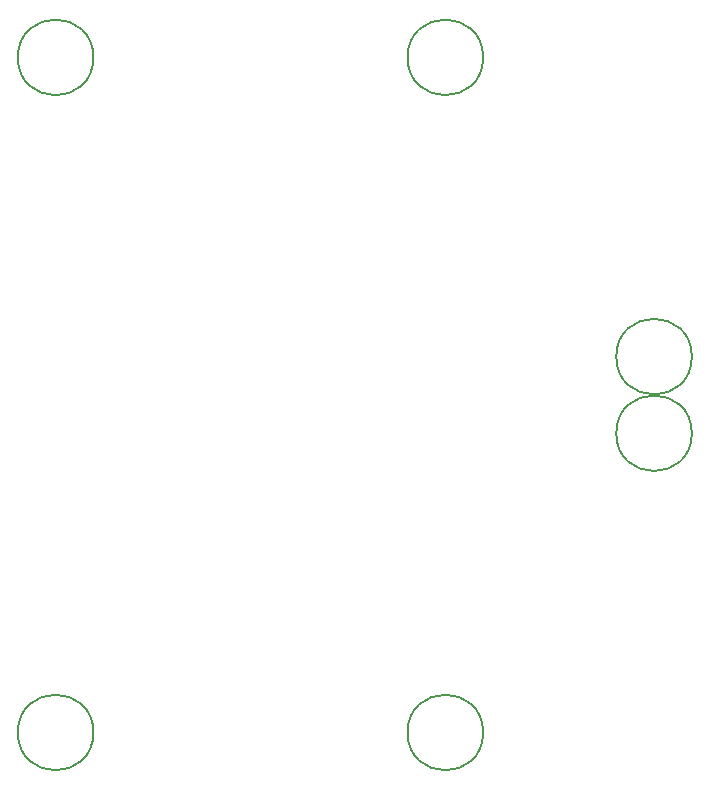
<source format=gbr>
%TF.GenerationSoftware,KiCad,Pcbnew,7.0.6*%
%TF.CreationDate,2023-12-16T12:44:14+09:00*%
%TF.ProjectId,BallSensor_TSSP58038_20230330,42616c6c-5365-46e7-936f-725f54535350,rev?*%
%TF.SameCoordinates,Original*%
%TF.FileFunction,Other,Comment*%
%FSLAX46Y46*%
G04 Gerber Fmt 4.6, Leading zero omitted, Abs format (unit mm)*
G04 Created by KiCad (PCBNEW 7.0.6) date 2023-12-16 12:44:14*
%MOMM*%
%LPD*%
G01*
G04 APERTURE LIST*
%ADD10C,0.150000*%
G04 APERTURE END LIST*
D10*
%TO.C,REF\u002A\u002A*%
X87665000Y-71107200D02*
G75*
G03*
X87665000Y-71107200I-3200000J0D01*
G01*
X138334565Y-96441978D02*
G75*
G03*
X138334565Y-96441978I-3200000J0D01*
G01*
X120665000Y-128264838D02*
G75*
G03*
X120665000Y-128264838I-3200000J0D01*
G01*
X87665000Y-128264840D02*
G75*
G03*
X87665000Y-128264840I-3200000J0D01*
G01*
X138334600Y-102930000D02*
G75*
G03*
X138334600Y-102930000I-3200000J0D01*
G01*
X120665000Y-71107162D02*
G75*
G03*
X120665000Y-71107162I-3200000J0D01*
G01*
%TD*%
M02*

</source>
